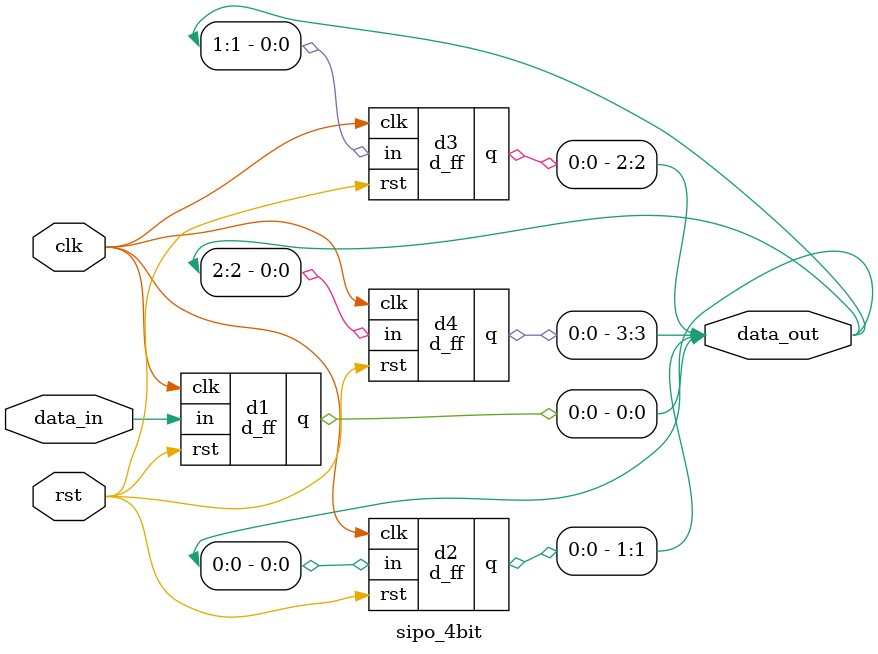
<source format=v>
module d_ff(
    input in,
    input clk,
    input rst,
    output reg q
    );
     
always@(posedge clk, posedge rst)
    begin
        if(rst)
            q<=0;
        else
            q<=in;
        end
endmodule

module sipo_4bit(
    input data_in,
    input clk,
    input rst,
    output [3:0]data_out
    );
    
    d_ff d1(data_in,clk,rst,data_out[0]);
    d_ff d2(data_out[0],clk,rst,data_out[1]);
    d_ff d3(data_out[1],clk,rst,data_out[2]);
    d_ff d4(data_out[2],clk,rst,data_out[3]);

endmodule


</source>
